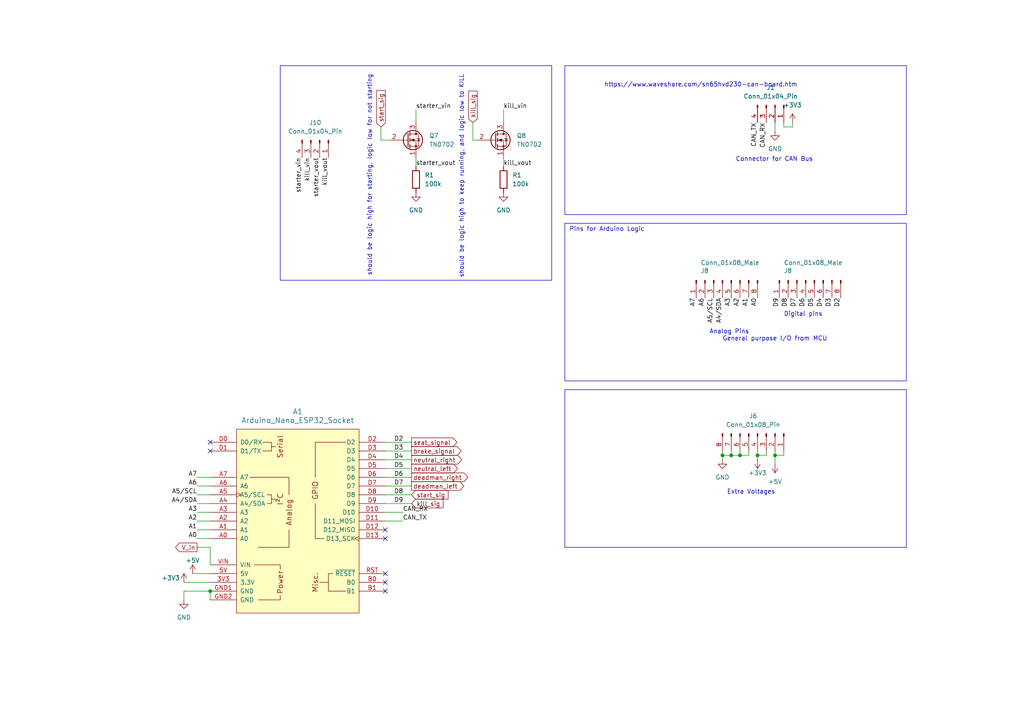
<source format=kicad_sch>
(kicad_sch (version 20231120) (generator "eeschema") (generator_version "8.0")
  (paper "A4")
  (lib_symbols
    (symbol "Connector:Conn_01x04_Pin" (pin_names (offset 1.016) hide)
      (property "Reference" "J" (at 0 5.08 0))
      (property "Value" "Conn_01x04_Pin" (at 0 -7.62 0))
      (symbol "Conn_01x04_Pin_1_1"
        (polyline (pts (xy 1.27 -5.08) (xy 0.8636 -5.08)) (stroke (width 0.1524)))
        (polyline (pts (xy 1.27 -2.54) (xy 0.8636 -2.54)) (stroke (width 0.1524)))
        (polyline (pts (xy 1.27 0) (xy 0.8636 0)) (stroke (width 0.1524)))
        (polyline (pts (xy 1.27 2.54) (xy 0.8636 2.54)) (stroke (width 0.1524)))
        (rectangle (start 0.8636 -4.953) (end 0 -5.207) (stroke (width 0.1524)) (fill (type outline)))
        (rectangle (start 0.8636 -2.413) (end 0 -2.667) (stroke (width 0.1524)) (fill (type outline)))
        (rectangle (start 0.8636 0.127) (end 0 -0.127) (stroke (width 0.1524)) (fill (type outline)))
        (rectangle (start 0.8636 2.667) (end 0 2.413) (stroke (width 0.1524)) (fill (type outline)))
        (pin passive line (at 5.08 2.54 180) (length 3.81) (name "Pin_1") (number "1"))
        (pin passive line (at 5.08 0 180) (length 3.81) (name "Pin_2") (number "2"))
        (pin passive line (at 5.08 -2.54 180) (length 3.81) (name "Pin_3") (number "3"))
        (pin passive line (at 5.08 -5.08 180) (length 3.81) (name "Pin_4") (number "4"))
      )
    )
    (symbol "Connector:Conn_01x08_Pin" (pin_names (offset 1.016) hide)
      (property "Reference" "J" (at 0 10.16 0))
      (property "Value" "Conn_01x08_Pin" (at 0 -12.7 0))
      (symbol "Conn_01x08_Pin_1_1"
        (polyline (pts (xy 1.27 -10.16) (xy 0.8636 -10.16)) (stroke (width 0.1524)))
        (polyline (pts (xy 1.27 -7.62) (xy 0.8636 -7.62)) (stroke (width 0.1524)))
        (polyline (pts (xy 1.27 -5.08) (xy 0.8636 -5.08)) (stroke (width 0.1524)))
        (polyline (pts (xy 1.27 -2.54) (xy 0.8636 -2.54)) (stroke (width 0.1524)))
        (polyline (pts (xy 1.27 0) (xy 0.8636 0)) (stroke (width 0.1524)))
        (polyline (pts (xy 1.27 2.54) (xy 0.8636 2.54)) (stroke (width 0.1524)))
        (polyline (pts (xy 1.27 5.08) (xy 0.8636 5.08)) (stroke (width 0.1524)))
        (polyline (pts (xy 1.27 7.62) (xy 0.8636 7.62)) (stroke (width 0.1524)))
        (rectangle (start 0.8636 -10.033) (end 0 -10.287) (stroke (width 0.1524)) (fill (type outline)))
        (rectangle (start 0.8636 -7.493) (end 0 -7.747) (stroke (width 0.1524)) (fill (type outline)))
        (rectangle (start 0.8636 -4.953) (end 0 -5.207) (stroke (width 0.1524)) (fill (type outline)))
        (rectangle (start 0.8636 -2.413) (end 0 -2.667) (stroke (width 0.1524)) (fill (type outline)))
        (rectangle (start 0.8636 0.127) (end 0 -0.127) (stroke (width 0.1524)) (fill (type outline)))
        (rectangle (start 0.8636 2.667) (end 0 2.413) (stroke (width 0.1524)) (fill (type outline)))
        (rectangle (start 0.8636 5.207) (end 0 4.953) (stroke (width 0.1524)) (fill (type outline)))
        (rectangle (start 0.8636 7.747) (end 0 7.493) (stroke (width 0.1524)) (fill (type outline)))
        (pin passive line (at 5.08 7.62 180) (length 3.81) (name "Pin_1") (number "1"))
        (pin passive line (at 5.08 5.08 180) (length 3.81) (name "Pin_2") (number "2"))
        (pin passive line (at 5.08 2.54 180) (length 3.81) (name "Pin_3") (number "3"))
        (pin passive line (at 5.08 0 180) (length 3.81) (name "Pin_4") (number "4"))
        (pin passive line (at 5.08 -2.54 180) (length 3.81) (name "Pin_5") (number "5"))
        (pin passive line (at 5.08 -5.08 180) (length 3.81) (name "Pin_6") (number "6"))
        (pin passive line (at 5.08 -7.62 180) (length 3.81) (name "Pin_7") (number "7"))
        (pin passive line (at 5.08 -10.16 180) (length 3.81) (name "Pin_8") (number "8"))
      )
    )
    (symbol "Device:R" (pin_numbers hide) (pin_names (offset 0))
      (property "Reference" "R" (at 2.032 0 90))
      (property "Value" "R" (at 0 0 90))
      (symbol "R_0_1"
        (rectangle (start -1.016 -2.54) (end 1.016 2.54) (stroke (width 0.254)))
      )
      (symbol "R_1_1"
        (pin passive line (at 0 3.81 270) (length 1.27) (name "~") (number "1"))
        (pin passive line (at 0 -3.81 90) (length 1.27) (name "~") (number "2"))
      )
    )
    (symbol "Motherboard_2023-rescue:Conn_01x08_Male-Connector" (pin_names (offset 1.016) hide)
      (property "Reference" "J" (at 0 10.16 0))
      (property "Value" "Connector_Conn_01x08_Male" (at 0 -12.7 0))
      (symbol "Conn_01x08_Male-Connector_1_1"
        (polyline (pts (xy 1.27 -10.16) (xy 0.8636 -10.16)) (stroke (width 0.1524)))
        (polyline (pts (xy 1.27 -7.62) (xy 0.8636 -7.62)) (stroke (width 0.1524)))
        (polyline (pts (xy 1.27 -5.08) (xy 0.8636 -5.08)) (stroke (width 0.1524)))
        (polyline (pts (xy 1.27 -2.54) (xy 0.8636 -2.54)) (stroke (width 0.1524)))
        (polyline (pts (xy 1.27 0) (xy 0.8636 0)) (stroke (width 0.1524)))
        (polyline (pts (xy 1.27 2.54) (xy 0.8636 2.54)) (stroke (width 0.1524)))
        (polyline (pts (xy 1.27 5.08) (xy 0.8636 5.08)) (stroke (width 0.1524)))
        (polyline (pts (xy 1.27 7.62) (xy 0.8636 7.62)) (stroke (width 0.1524)))
        (rectangle (start 0.8636 -10.033) (end 0 -10.287) (stroke (width 0.1524)) (fill (type outline)))
        (rectangle (start 0.8636 -7.493) (end 0 -7.747) (stroke (width 0.1524)) (fill (type outline)))
        (rectangle (start 0.8636 -4.953) (end 0 -5.207) (stroke (width 0.1524)) (fill (type outline)))
        (rectangle (start 0.8636 -2.413) (end 0 -2.667) (stroke (width 0.1524)) (fill (type outline)))
        (rectangle (start 0.8636 0.127) (end 0 -0.127) (stroke (width 0.1524)) (fill (type outline)))
        (rectangle (start 0.8636 2.667) (end 0 2.413) (stroke (width 0.1524)) (fill (type outline)))
        (rectangle (start 0.8636 5.207) (end 0 4.953) (stroke (width 0.1524)) (fill (type outline)))
        (rectangle (start 0.8636 7.747) (end 0 7.493) (stroke (width 0.1524)) (fill (type outline)))
        (pin passive line (at 5.08 7.62 180) (length 3.81) (name "Pin_1") (number "1"))
        (pin passive line (at 5.08 5.08 180) (length 3.81) (name "Pin_2") (number "2"))
        (pin passive line (at 5.08 2.54 180) (length 3.81) (name "Pin_3") (number "3"))
        (pin passive line (at 5.08 0 180) (length 3.81) (name "Pin_4") (number "4"))
        (pin passive line (at 5.08 -2.54 180) (length 3.81) (name "Pin_5") (number "5"))
        (pin passive line (at 5.08 -5.08 180) (length 3.81) (name "Pin_6") (number "6"))
        (pin passive line (at 5.08 -7.62 180) (length 3.81) (name "Pin_7") (number "7"))
        (pin passive line (at 5.08 -10.16 180) (length 3.81) (name "Pin_8") (number "8"))
      )
    )
    (symbol "Transistor_FET:2N7000" (pin_names hide)
      (property "Reference" "Q" (at 5.08 1.905 0))
      (property "Value" "2N7000" (at 5.08 0 0))
      (symbol "2N7000_0_1"
        (polyline (pts (xy 0.254 0) (xy -2.54 0)))
        (polyline (pts (xy 0.254 1.905) (xy 0.254 -1.905)) (stroke (width 0.254)))
        (polyline (pts (xy 0.762 -1.27) (xy 0.762 -2.286)) (stroke (width 0.254)))
        (polyline (pts (xy 0.762 0.508) (xy 0.762 -0.508)) (stroke (width 0.254)))
        (polyline (pts (xy 0.762 2.286) (xy 0.762 1.27)) (stroke (width 0.254)))
        (polyline (pts (xy 2.54 2.54) (xy 2.54 1.778)))
        (polyline (pts (xy 2.54 -2.54) (xy 2.54 0) (xy 0.762 0)))
        (polyline (pts (xy 0.762 -1.778) (xy 3.302 -1.778) (xy 3.302 1.778) (xy 0.762 1.778)))
        (polyline (pts (xy 1.016 0) (xy 2.032 0.381) (xy 2.032 -0.381) (xy 1.016 0)) (fill (type outline)))
        (polyline (pts (xy 2.794 0.508) (xy 2.921 0.381) (xy 3.683 0.381) (xy 3.81 0.254)))
        (polyline (pts (xy 3.302 0.381) (xy 2.921 -0.254) (xy 3.683 -0.254) (xy 3.302 0.381)))
        (circle (center 1.651 0) (radius 2.794) (stroke (width 0.254)))
        (circle (center 2.54 -1.778) (radius 0.254) (fill (type outline)))
        (circle (center 2.54 1.778) (radius 0.254) (fill (type outline)))
      )
      (symbol "2N7000_1_1"
        (pin passive line (at 2.54 -5.08 90) (length 2.54) (name "S") (number "1"))
        (pin input line (at -5.08 0 0) (length 2.54) (name "G") (number "2"))
        (pin passive line (at 2.54 5.08 270) (length 2.54) (name "D") (number "3"))
      )
    )
    (symbol "arduino-library:Arduino_Nano_ESP32_Socket" (pin_names (offset 1.016))
      (property "Reference" "A" (at 0 33.02 0))
      (property "Value" "Arduino_Nano_ESP32_Socket" (at 0 29.21 0))
      (symbol "Arduino_Nano_ESP32_Socket_0_0"
        (rectangle (start -17.78 26.67) (end 17.78 -26.67) (fill (type background)))
        (polyline (pts (xy -7.62 6.35) (xy -6.35 6.35)))
        (polyline (pts (xy -7.62 21.59) (xy -6.35 21.59)))
        (polyline (pts (xy 8.89 -17.78) (xy 6.35 -17.78)))
        (polyline (pts (xy -11.43 -22.86) (xy -5.08 -22.86) (xy -5.08 -21.59)))
        (polyline (pts (xy -5.08 -13.97) (xy -5.08 -12.7) (xy -12.7 -12.7)))
        (polyline (pts (xy -10.16 22.86) (xy -7.62 22.86) (xy -7.62 20.32) (xy -10.16 20.32)))
        (polyline (pts (xy -8.89 7.62) (xy -7.62 7.62) (xy -7.62 5.08) (xy -8.89 5.08)))
        (text "Analog" (at -2.54 2.54 900) (effects (font (size 1.524 1.524))))
        (text "I²C" (at -5.08 6.35 900) (effects (font (size 1.524 1.524))))
        (text "Misc." (at 5.08 -17.78 900) (effects (font (size 1.524 1.524))))
        (text "Power" (at -5.08 -17.78 900) (effects (font (size 1.524 1.524))))
        (text "Serial" (at -5.08 21.59 900) (effects (font (size 1.524 1.524))))
      )
      (symbol "Arduino_Nano_ESP32_Socket_0_1"
        (polyline (pts (xy -13.97 12.7) (xy -2.54 12.7) (xy -2.54 7.62)))
        (polyline (pts (xy -11.43 -7.62) (xy -2.54 -7.62) (xy -2.54 -2.54)))
        (polyline (pts (xy 7.62 -5.08) (xy 5.08 -5.08) (xy 5.08 5.08)))
        (polyline (pts (xy 13.97 22.86) (xy 5.08 22.86) (xy 5.08 12.7)))
        (polyline (pts (xy 10.16 -15.24) (xy 8.89 -15.24) (xy 8.89 -20.32) (xy 13.97 -20.32)))
      )
      (symbol "Arduino_Nano_ESP32_Socket_1_0"
        (text "GPIO" (at 5.08 8.89 900) (effects (font (size 1.524 1.524))))
      )
      (symbol "Arduino_Nano_ESP32_Socket_1_1"
        (pin power_out line (at -25.4 -17.78 0) (length 7.62) (name "3.3V") (number "3V3"))
        (pin power_in line (at -25.4 -15.24 0) (length 7.62) (name "5V") (number "5V"))
        (pin bidirectional line (at -25.4 -5.08 0) (length 7.62) (name "A0") (number "A0"))
        (pin bidirectional line (at -25.4 -2.54 0) (length 7.62) (name "A1") (number "A1"))
        (pin bidirectional line (at -25.4 0 0) (length 7.62) (name "A2") (number "A2"))
        (pin bidirectional line (at -25.4 2.54 0) (length 7.62) (name "A3") (number "A3"))
        (pin bidirectional line (at -25.4 5.08 0) (length 7.62) (name "A4/SDA") (number "A4"))
        (pin bidirectional clock (at -25.4 7.62 0) (length 7.62) (name "A5/SCL") (number "A5"))
        (pin input line (at -25.4 10.16 0) (length 7.62) (name "A6") (number "A6"))
        (pin input line (at -25.4 12.7 0) (length 7.62) (name "A7") (number "A7"))
        (pin bidirectional line (at 25.4 -17.78 180) (length 7.62) (name "B0") (number "B0"))
        (pin bidirectional line (at 25.4 -20.32 180) (length 7.62) (name "B1") (number "B1"))
        (pin bidirectional line (at -25.4 22.86 0) (length 7.62) (name "D0/RX") (number "D0"))
        (pin bidirectional line (at -25.4 20.32 0) (length 7.62) (name "D1/TX") (number "D1"))
        (pin bidirectional line (at 25.4 2.54 180) (length 7.62) (name "D10") (number "D10"))
        (pin bidirectional line (at 25.4 0 180) (length 7.62) (name "D11_MOSI") (number "D11"))
        (pin bidirectional line (at 25.4 -2.54 180) (length 7.62) (name "D12_MISO") (number "D12"))
        (pin bidirectional clock (at 25.4 -5.08 180) (length 7.62) (name "D13_SCK") (number "D13"))
        (pin bidirectional line (at 25.4 22.86 180) (length 7.62) (name "D2") (number "D2"))
        (pin bidirectional line (at 25.4 20.32 180) (length 7.62) (name "D3") (number "D3"))
        (pin bidirectional line (at 25.4 17.78 180) (length 7.62) (name "D4") (number "D4"))
        (pin bidirectional line (at 25.4 15.24 180) (length 7.62) (name "D5") (number "D5"))
        (pin bidirectional line (at 25.4 12.7 180) (length 7.62) (name "D6") (number "D6"))
        (pin bidirectional line (at 25.4 10.16 180) (length 7.62) (name "D7") (number "D7"))
        (pin bidirectional line (at 25.4 7.62 180) (length 7.62) (name "D8") (number "D8"))
        (pin bidirectional line (at 25.4 5.08 180) (length 7.62) (name "D9") (number "D9"))
        (pin power_in line (at -25.4 -20.32 0) (length 7.62) (name "GND") (number "GND1"))
        (pin power_in line (at -25.4 -22.86 0) (length 7.62) (name "GND") (number "GND2"))
        (pin open_collector line (at 25.4 -15.24 180) (length 7.62) (name "~{RESET}") (number "RST"))
        (pin power_in line (at -25.4 -12.7 0) (length 7.62) (name "VIN") (number "VIN"))
      )
    )
    (symbol "power:+3V3" (power) (pin_names (offset 0))
      (property "Value" "+3V3" (at 0 3.556 0))
      (symbol "+3V3_0_1"
        (polyline (pts (xy -0.762 1.27) (xy 0 2.54)))
        (polyline (pts (xy 0 0) (xy 0 2.54)))
        (polyline (pts (xy 0 2.54) (xy 0.762 1.27)))
      )
      (symbol "+3V3_1_1"
        (pin power_in line (at 0 0 90) (length 0) hide (name "+3V3") (number "1"))
      )
    )
    (symbol "power:+5V" (power) (pin_names (offset 0))
      (property "Value" "+5V" (at 0 3.556 0))
      (symbol "+5V_0_1"
        (polyline (pts (xy -0.762 1.27) (xy 0 2.54)))
        (polyline (pts (xy 0 0) (xy 0 2.54)))
        (polyline (pts (xy 0 2.54) (xy 0.762 1.27)))
      )
      (symbol "+5V_1_1"
        (pin power_in line (at 0 0 90) (length 0) hide (name "+5V") (number "1"))
      )
    )
    (symbol "power:GND" (power) (pin_names (offset 0))
      (property "Value" "GND" (at 0 -3.81 0))
      (symbol "GND_0_1"
        (polyline (pts (xy 0 0) (xy 0 -1.27) (xy 1.27 -1.27) (xy 0 -2.54) (xy -1.27 -1.27) (xy 0 -1.27)))
      )
      (symbol "GND_1_1"
        (pin power_in line (at 0 0 270) (length 0) hide (name "GND") (number "1"))
      )
    )
  )
  (junction (at 209.55 132.08))
  (junction (at 212.09 132.08))
  (junction (at 219.71 132.08))
  (junction (at 214.63 132.08))
  (junction (at 60.96 171.45))
  (junction (at 224.79 132.08))
  (no_connect (at 111.76 166.37))
  (no_connect (at 60.96 130.81))
  (no_connect (at 111.76 153.67))
  (no_connect (at 111.76 171.45))
  (no_connect (at 111.76 168.91))
  (no_connect (at 111.76 156.21))
  (no_connect (at 60.96 128.27))
  (wire (pts (xy 224.79 130.81) (xy 224.79 132.08)))
  (wire (pts (xy 229.87 35.56) (xy 229.87 36.83)))
  (wire (pts (xy 116.84 148.59) (xy 111.76 148.59)))
  (wire (pts (xy 60.96 158.75) (xy 60.96 163.83)))
  (wire (pts (xy 209.55 130.81) (xy 209.55 132.08)))
  (wire (pts (xy 227.33 36.83) (xy 229.87 36.83)))
  (wire (pts (xy 209.55 132.08) (xy 209.55 133.35)))
  (wire (pts (xy 57.15 146.05) (xy 60.96 146.05)))
  (wire (pts (xy 111.76 143.51) (xy 119.38 143.51)))
  (wire (pts (xy 222.25 130.81) (xy 222.25 132.08)))
  (wire (pts (xy 111.76 133.35) (xy 119.38 133.35)))
  (wire (pts (xy 146.05 48.26) (xy 146.05 45.72)))
  (wire (pts (xy 110.49 36.83) (xy 110.49 40.64)))
  (wire (pts (xy 120.65 31.75) (xy 120.65 35.56)))
  (wire (pts (xy 214.63 130.81) (xy 214.63 132.08)))
  (wire (pts (xy 53.34 168.91) (xy 60.96 168.91)))
  (wire (pts (xy 57.15 153.67) (xy 60.96 153.67)))
  (wire (pts (xy 55.88 166.37) (xy 60.96 166.37)))
  (wire (pts (xy 57.15 140.97) (xy 60.96 140.97)))
  (wire (pts (xy 214.63 132.08) (xy 212.09 132.08)))
  (wire (pts (xy 120.65 48.26) (xy 120.65 45.72)))
  (wire (pts (xy 224.79 132.08) (xy 227.33 132.08)))
  (wire (pts (xy 137.16 35.56) (xy 137.16 40.64)))
  (wire (pts (xy 146.05 31.75) (xy 146.05 35.56)))
  (wire (pts (xy 227.33 35.56) (xy 227.33 36.83)))
  (wire (pts (xy 116.84 151.13) (xy 111.76 151.13)))
  (wire (pts (xy 212.09 132.08) (xy 209.55 132.08)))
  (wire (pts (xy 224.79 132.08) (xy 224.79 134.62)))
  (wire (pts (xy 111.76 128.27) (xy 119.38 128.27)))
  (wire (pts (xy 110.49 40.64) (xy 113.03 40.64)))
  (wire (pts (xy 53.34 171.45) (xy 53.34 173.99)))
  (wire (pts (xy 60.96 171.45) (xy 60.96 173.99)))
  (wire (pts (xy 224.79 35.56) (xy 224.79 38.1)))
  (wire (pts (xy 137.16 40.64) (xy 138.43 40.64)))
  (wire (pts (xy 57.15 143.51) (xy 60.96 143.51)))
  (wire (pts (xy 57.15 138.43) (xy 60.96 138.43)))
  (wire (pts (xy 222.25 132.08) (xy 219.71 132.08)))
  (wire (pts (xy 57.15 158.75) (xy 60.96 158.75)))
  (wire (pts (xy 111.76 140.97) (xy 119.38 140.97)))
  (wire (pts (xy 219.71 133.35) (xy 219.71 132.08)))
  (wire (pts (xy 111.76 138.43) (xy 119.38 138.43)))
  (wire (pts (xy 111.76 135.89) (xy 119.38 135.89)))
  (wire (pts (xy 57.15 148.59) (xy 60.96 148.59)))
  (wire (pts (xy 111.76 130.81) (xy 119.38 130.81)))
  (wire (pts (xy 111.76 146.05) (xy 119.38 146.05)))
  (wire (pts (xy 60.96 171.45) (xy 53.34 171.45)))
  (wire (pts (xy 219.71 132.08) (xy 219.71 130.81)))
  (wire (pts (xy 57.15 156.21) (xy 60.96 156.21)))
  (wire (pts (xy 217.17 132.08) (xy 214.63 132.08)))
  (wire (pts (xy 57.15 151.13) (xy 60.96 151.13)))
  (wire (pts (xy 227.33 132.08) (xy 227.33 130.81)))
  (wire (pts (xy 212.09 130.81) (xy 212.09 132.08)))
  (wire (pts (xy 217.17 130.81) (xy 217.17 132.08)))
  (rectangle (start 81.28 19.05) (end 160.02 81.28))
  (rectangle (start 163.83 64.77) (end 262.89 110.49))
  (rectangle (start 163.83 113.03) (end 262.89 158.75))
  (rectangle (start 163.83 19.05) (end 262.89 62.23))
  (text "Pins for Arduino Logic\n" (at 165.1 67.31 0) (effects (font (size 1.27 1.27)) (justify left bottom)))
  (text "should be logic high to keep running, and logic low to KILL\n" (at 134.62 21.59 90) (effects (font (size 1.27 1.27)) (justify right bottom)))
  (text "Analog Pins\n\n" (at 205.74 99.06 0) (effects (font (size 1.27 1.27)) (justify left bottom)))
  (text "should be logic high for starting, logic low for not starting\n" (at 107.95 21.59 90) (effects (font (size 1.27 1.27)) (justify right bottom)))
  (text "General purpose I/O from MCU\n" (at 209.55 99.06 0) (effects (font (size 1.27 1.27)) (justify left bottom)))
  (text "Connector for CAN Bus\n" (at 213.36 46.99 0) (effects (font (size 1.27 1.27)) (justify left bottom)))
  (text "https://www.waveshare.com/sn65hvd230-can-board.htm" (at 175.26 25.4 0) (effects (font (size 1.27 1.27)) (justify left bottom)))
  (text "Extra Voltages\n" (at 210.82 143.51 0) (effects (font (size 1.27 1.27)) (justify left bottom)))
  (text "Digital pins\n\n" (at 227.33 93.98 0) (effects (font (size 1.27 1.27)) (justify left bottom)))
  (label "A0" (at 57.15 156.21 180))
  (label "kill_vout" (at 146.05 48.26 0))
  (label "D4" (at 238.76 86.36 270))
  (label "kill_vout" (at 95.25 45.72 270))
  (label "D5" (at 114.3 135.89 0))
  (label "D9" (at 114.3 146.05 0))
  (label "D7" (at 231.14 86.36 270))
  (label "A2" (at 57.15 151.13 180))
  (label "D3" (at 241.3 86.36 270))
  (label "A1" (at 217.17 86.36 270))
  (label "CAN_RX" (at 222.25 35.56 270))
  (label "starter_vin" (at 87.63 45.72 270))
  (label "A4{slash}SDA" (at 57.15 146.05 180))
  (label "D2" (at 114.3 128.27 0))
  (label "A5{slash}SCL" (at 57.15 143.51 180))
  (label "A4{slash}SDA" (at 209.55 86.36 270))
  (label "starter_vin" (at 120.65 31.75 0))
  (label "A3" (at 57.15 148.59 180))
  (label "starter_vout" (at 92.71 45.72 270))
  (label "D2" (at 243.84 86.36 270))
  (label "A0" (at 219.71 86.36 270))
  (label "D8" (at 114.3 143.51 0))
  (label "A1" (at 57.15 153.67 180))
  (label "kill_vin" (at 146.05 31.75 0))
  (label "A7" (at 57.15 138.43 180))
  (label "CAN_RX" (at 116.84 148.59 0))
  (label "D4" (at 114.3 133.35 0))
  (label "CAN_TX" (at 219.71 35.56 270))
  (label "kill_vin" (at 90.17 45.72 270))
  (label "A7" (at 201.93 86.36 270))
  (label "A6" (at 57.15 140.97 180))
  (label "A6" (at 204.47 86.36 270))
  (label "starter_vout" (at 120.65 48.26 0))
  (label "A2" (at 214.63 86.36 270))
  (label "A3" (at 212.09 86.36 270))
  (label "D6" (at 114.3 138.43 0))
  (label "D3" (at 114.3 130.81 0))
  (label "D8" (at 228.6 86.36 270))
  (label "A5{slash}SCL" (at 207.01 86.36 270))
  (label "D5" (at 236.22 86.36 270))
  (label "D7" (at 114.3 140.97 0))
  (label "CAN_TX" (at 116.84 151.13 0))
  (label "D9" (at 226.06 86.36 270))
  (label "D6" (at 233.68 86.36 270))
  (global_label "deadman_right" (shape output) (at 119.38 138.43 0) (property "Intersheetrefs" "${INTERSHEET_REFS}" (effects (hide yes))))
  (global_label "neutral_left" (shape output) (at 119.38 135.89 0) (property "Intersheetrefs" "${INTERSHEET_REFS}" (effects (hide yes))))
  (global_label "kill_sig" (shape input) (at 137.16 35.56 90) (property "Intersheetrefs" "${INTERSHEET_REFS}" (effects (hide yes))))
  (global_label "brake_signal" (shape output) (at 119.38 130.81 0) (property "Intersheetrefs" "${INTERSHEET_REFS}" (effects (hide yes))))
  (global_label "seat_signal" (shape output) (at 119.38 128.27 0) (property "Intersheetrefs" "${INTERSHEET_REFS}" (effects (hide yes))))
  (global_label "V_in" (shape output) (at 57.15 158.75 180) (property "Intersheetrefs" "${INTERSHEET_REFS}" (effects (hide yes))))
  (global_label "start_sig" (shape input) (at 110.49 36.83 90) (property "Intersheetrefs" "${INTERSHEET_REFS}" (effects (hide yes))))
  (global_label "kill_sig" (shape input) (at 119.38 146.05 0) (property "Intersheetrefs" "${INTERSHEET_REFS}" (effects (hide yes))))
  (global_label "deadman_left" (shape output) (at 119.38 140.97 0) (property "Intersheetrefs" "${INTERSHEET_REFS}" (effects (hide yes))))
  (global_label "neutral_right" (shape output) (at 119.38 133.35 0) (property "Intersheetrefs" "${INTERSHEET_REFS}" (effects (hide yes))))
  (global_label "start_sig" (shape input) (at 119.38 143.51 0) (property "Intersheetrefs" "${INTERSHEET_REFS}" (effects (hide yes))))
  (symbol (lib_id "power:GND") (at 120.65 55.88 0) (unit 1)
    (property "Reference" "#PWR023" (effects (hide yes)))
    (property "Value" "GND" (at 120.65 60.96 0))
    (instances (project "CANBOARD_REV2" (path "" (reference "#PWR023") (unit 1))) (project "CANBOARD_REV1" (path "" (reference "#PWR03") (unit 1))))
  )
  (symbol (lib_id "Connector:Conn_01x04_Pin") (at 92.71 40.64 270) (unit 1)
    (property "Reference" "J10" (at 91.44 35.56 90))
    (property "Value" "Conn_01x04_Pin" (at 91.44 38.1 90))
    (property "Footprint" "TerminalBlock_Phoenix:TerminalBlock_Phoenix_MKDS-1,5-4-5.08_1x04_P5.08mm_Horizontal" (effects (hide yes)))
    (instances (project "CANBOARD_REV2" (path "" (reference "J10") (unit 1))) (project "CANBOARD_REV1" (path "" (reference "J4") (unit 1))))
  )
  (symbol (lib_id "power:+5V") (at 55.88 166.37 0) (unit 1)
    (property "Reference" "#PWR03" (effects (hide yes)))
    (property "Value" "+5V" (at 55.88 162.56 0))
    (instances (project "CANBOARD_REV2" (path "" (reference "#PWR03") (unit 1))) (project "CANBOARD_REV1" (path "" (reference "#PWR014") (unit 1))))
  )
  (symbol (lib_id "Transistor_FET:2N7000") (at 118.11 40.64 0) (unit 1)
    (property "Reference" "Q7" (at 124.46 39.37 0) (effects (justify left)))
    (property "Value" "TN0702" (at 124.46 41.91 0) (effects (justify left)))
    (property "Footprint" "Package_TO_SOT_THT:TO-92_Inline" (effects (hide yes)))
    (property "Datasheet" "https://www.mouser.ca/datasheet/2/268/TN0702_N_Channel_Enhancement_Mode_Vertical_DMOS_FE-3445342.pdf" (effects (hide yes)))
  )
  (symbol (lib_id "power:GND") (at 224.79 38.1 0) (unit 1)
    (property "Reference" "#PWR04" (effects (hide yes)))
    (property "Value" "GND" (at 224.79 43.18 0))
    (instances (project "CANBOARD_REV2" (path "" (reference "#PWR04") (unit 1))) (project "CANBOARD_REV1" (path "" (reference "#PWR03") (unit 1))))
  )
  (symbol (lib_id "Device:R") (at 146.05 52.07 180) (unit 1)
    (property "Reference" "R1" (at 148.59 50.8 0) (effects (justify right)))
    (property "Value" "100k" (at 148.59 53.34 0) (effects (justify right)))
    (property "Footprint" "Resistor_THT:R_Axial_DIN0207_L6.3mm_D2.5mm_P10.16mm_Horizontal" (effects (hide yes)))
    (instances (project "Motherboard23-24" (path "" (reference "R1") (unit 1)) (path "" (reference "R6") (unit 1))) (project "CANBOARD_REV2" (path "" (reference "R9") (unit 1))) (project "CANBOARD_REV1" (path "" (reference "R4") (unit 1))))
  )
  (symbol (lib_id "power:GND") (at 209.55 133.35 0) (unit 1)
    (property "Reference" "#PWR07" (effects (hide yes)))
    (property "Value" "GND" (at 209.55 138.43 0))
    (instances (project "CANBOARD_REV2" (path "" (reference "#PWR07") (unit 1))) (project "CANBOARD_REV1" (path "" (reference "#PWR01") (unit 1))))
  )
  (symbol (lib_id "arduino-library:Arduino_Nano_ESP32_Socket") (at 86.36 151.13 0) (unit 1)
    (property "Reference" "A1" (at 86.36 119.38 0) (effects (font (size 1.524 1.524))))
    (property "Value" "Arduino_Nano_ESP32_Socket" (at 86.36 121.92 0) (effects (font (size 1.524 1.524))))
    (property "Footprint" "arduino:Arduino_Nano_ESP32_Socket" (effects (hide yes)))
    (property "Datasheet" "https://docs.arduino.cc/hardware/nano-esp32" (effects (hide yes)))
  )
  (symbol (lib_id "Motherboard_2023-rescue:Conn_01x08_Male-Connector") (at 233.68 81.28 90) (mirror x) (unit 1)
    (property "Reference" "J8" (at 227.33 78.5114 90) (effects (justify right)))
    (property "Value" "Conn_01x08_Male" (at 227.33 76.2 90) (effects (justify right)))
    (property "Footprint" "TerminalBlock_Phoenix:TerminalBlock_Phoenix_MKDS-1,5-8-5.08_1x08_P5.08mm_Horizontal" (effects (hide yes)))
    (instances (project "Motherboard23-24" (path "" (reference "J8") (unit 1))) (project "CANBOARD_REV2" (path "" (reference "J3") (unit 1))) (project "CANBOARD_REV1" (path "" (reference "J2") (unit 1))) (project "Motherboard_2023" (path "" (reference "J9") (unit 1))))
  )
  (symbol (lib_id "Device:R") (at 120.65 52.07 180) (unit 1)
    (property "Reference" "R1" (at 123.19 50.8 0) (effects (justify right)))
    (property "Value" "100k" (at 123.19 53.34 0) (effects (justify right)))
    (property "Footprint" "Resistor_THT:R_Axial_DIN0207_L6.3mm_D2.5mm_P10.16mm_Horizontal" (effects (hide yes)))
    (instances (project "Motherboard23-24" (path "" (reference "R1") (unit 1)) (path "" (reference "R6") (unit 1))) (project "CANBOARD_REV2" (path "" (reference "R8") (unit 1))) (project "CANBOARD_REV1" (path "" (reference "R4") (unit 1))))
  )
  (symbol (lib_id "power:+3V3") (at 53.34 168.91 0) (unit 1)
    (property "Reference" "#PWR01" (effects (hide yes)))
    (property "Value" "+3V3" (at 49.53 167.64 0))
    (instances (project "CANBOARD_REV2" (path "" (reference "#PWR01") (unit 1))) (project "CANBOARD_REV1" (path "" (reference "#PWR07") (unit 1))))
  )
  (symbol (lib_id "power:+5V") (at 224.79 134.62 180) (unit 1)
    (property "Reference" "#PWR09" (effects (hide yes)))
    (property "Value" "+5V" (at 224.79 139.7 0))
    (instances (project "CANBOARD_REV2" (path "" (reference "#PWR09") (unit 1))) (project "CANBOARD_REV1" (path "" (reference "#PWR04") (unit 1))))
  )
  (symbol (lib_id "power:GND") (at 146.05 55.88 0) (unit 1)
    (property "Reference" "#PWR024" (effects (hide yes)))
    (property "Value" "GND" (at 146.05 60.96 0))
    (instances (project "CANBOARD_REV2" (path "" (reference "#PWR024") (unit 1))) (project "CANBOARD_REV1" (path "" (reference "#PWR03") (unit 1))))
  )
  (symbol (lib_id "Transistor_FET:2N7000") (at 143.51 40.64 0) (unit 1)
    (property "Reference" "Q8" (at 149.86 39.37 0) (effects (justify left)))
    (property "Value" "TN0702" (at 149.86 41.91 0) (effects (justify left)))
    (property "Footprint" "Package_TO_SOT_THT:TO-92_Inline" (effects (hide yes)))
    (property "Datasheet" "https://www.mouser.ca/datasheet/2/268/TN0702_N_Channel_Enhancement_Mode_Vertical_DMOS_FE-3445342.pdf" (effects (hide yes)))
  )
  (symbol (lib_id "power:+3V3") (at 219.71 133.35 180) (unit 1)
    (property "Reference" "#PWR08" (effects (hide yes)))
    (property "Value" "+3V3" (at 219.71 137.16 0))
    (instances (project "CANBOARD_REV2" (path "" (reference "#PWR08") (unit 1))) (project "CANBOARD_REV1" (path "" (reference "#PWR016") (unit 1))))
  )
  (symbol (lib_id "Motherboard_2023-rescue:Conn_01x08_Male-Connector") (at 209.55 81.28 90) (mirror x) (unit 1)
    (property "Reference" "J8" (at 203.2 78.5114 90) (effects (justify right)))
    (property "Value" "Conn_01x08_Male" (at 203.2 76.2 90) (effects (justify right)))
    (property "Footprint" "TerminalBlock_Phoenix:TerminalBlock_Phoenix_MKDS-1,5-8-5.08_1x08_P5.08mm_Horizontal" (effects (hide yes)))
    (instances (project "Motherboard23-24" (path "" (reference "J8") (unit 1))) (project "CANBOARD_REV2" (path "" (reference "J2") (unit 1))) (project "CANBOARD_REV1" (path "" (reference "J1") (unit 1))) (project "Motherboard_2023" (path "" (reference "J9") (unit 1))))
  )
  (symbol (lib_id "power:GND") (at 53.34 173.99 0) (unit 1)
    (property "Reference" "#PWR02" (effects (hide yes)))
    (property "Value" "GND" (at 53.34 179.07 0))
    (instances (project "CANBOARD_REV2" (path "" (reference "#PWR02") (unit 1))) (project "CANBOARD_REV1" (path "" (reference "#PWR05") (unit 1))))
  )
  (symbol (lib_id "power:+3V3") (at 229.87 35.56 0) (unit 1)
    (property "Reference" "#PWR05" (effects (hide yes)))
    (property "Value" "+3V3" (at 229.87 30.48 0))
    (instances (project "CANBOARD_REV2" (path "" (reference "#PWR05") (unit 1))) (project "CANBOARD_REV1" (path "" (reference "#PWR02") (unit 1))))
  )
  (symbol (lib_id "Connector:Conn_01x08_Pin") (at 219.71 125.73 270) (unit 1)
    (property "Reference" "J6" (at 218.44 120.65 90))
    (property "Value" "Conn_01x08_Pin" (at 218.44 123.19 90))
    (property "Footprint" "Connector_PinHeader_2.54mm:PinHeader_1x08_P2.54mm_Vertical" (effects (hide yes)))
    (instances (project "CANBOARD_REV2" (path "" (reference "J6") (unit 1))) (project "CANBOARD_REV1" (path "" (reference "J5") (unit 1))))
  )
  (symbol (lib_id "Connector:Conn_01x04_Pin") (at 224.79 30.48 270) (unit 1)
    (property "Reference" "J1" (at 223.52 25.4 90))
    (property "Value" "Conn_01x04_Pin" (at 223.52 27.94 90))
    (property "Footprint" "Connector_PinHeader_2.54mm:PinHeader_1x04_P2.54mm_Horizontal" (effects (hide yes)))
    (instances (project "CANBOARD_REV2" (path "" (reference "J1") (unit 1))) (project "CANBOARD_REV1" (path "" (reference "J4") (unit 1))))
  )
)
</source>
